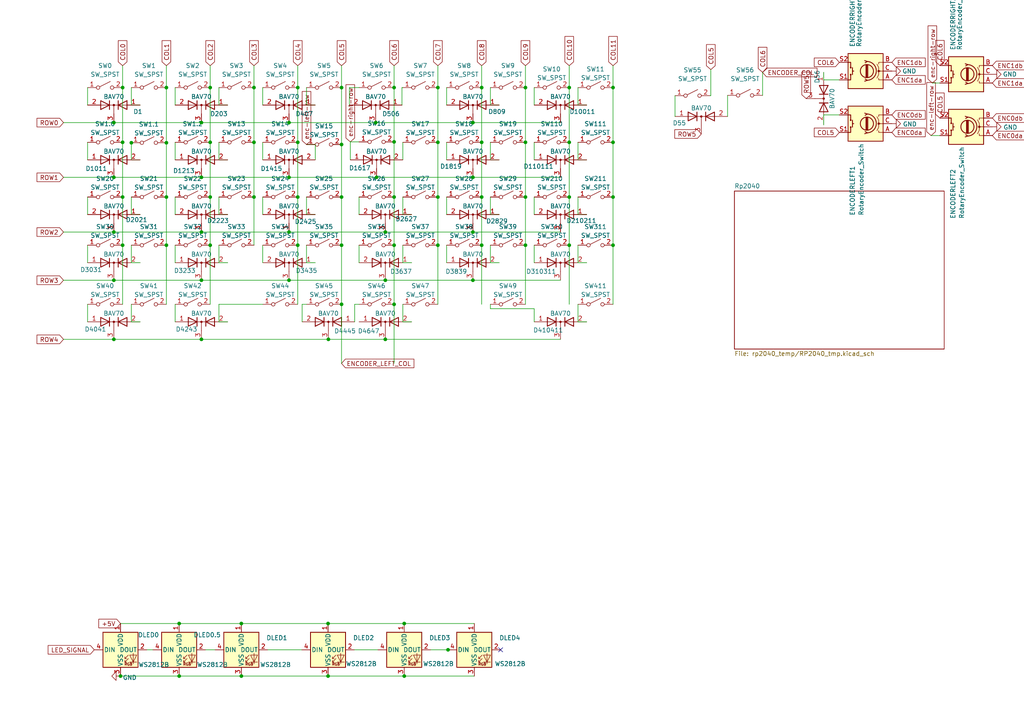
<source format=kicad_sch>
(kicad_sch (version 20230121) (generator eeschema)
  (paper "A4")
  (lib_symbols
    (symbol "Device:RotaryEncoder_Switch" (pin_names (offset 0.254) hide)
      (property "Reference" "SW" (at 0 6.604 0))
      (property "Value" "RotaryEncoder_Switch" (at 0 -6.604 0))
      (symbol "RotaryEncoder_Switch_1_1"
        (pin passive line (at -7.62 2.54 0) (length 2.54) (name "A") (number "A"))
        (pin passive line (at -7.62 -2.54 0) (length 2.54) (name "B") (number "B"))
        (pin passive line (at -7.62 0 0) (length 2.54) (name "C") (number "C"))
        (pin passive line (at 7.62 2.54 180) (length 2.54) (name "S1") (number "S1"))
        (pin passive line (at 7.62 -2.54 180) (length 2.54) (name "S2") (number "S2"))
      )
    )
    (symbol "Diode:BAV70" (pin_names (offset 0.762) hide)
      (property "Reference" "D" (at 0.635 -2.54 0))
      (property "Value" "BAV70" (at 0 2.54 0))
      (symbol "BAV70_0_1"
        (pin passive line (at -7.62 0 0) (length 3.81) (name "A") (number "1"))
        (pin passive line (at 7.62 0 180) (length 3.81) (name "A") (number "2"))
        (pin passive line (at 0 -5.08 90) (length 2.54) (name "K") (number "3"))
      )
    )
    (symbol "LED:WS2812B" (pin_names (offset 0.254))
      (property "Reference" "D" (at 5.08 5.715 0))
      (property "Value" "WS2812B" (at 1.27 -5.715 0))
      (symbol "WS2812B_0_0"
        (text "RGB" (at 2.286 -4.191 0) (effects (font (size 0.762 0.762))))
      )
      (symbol "WS2812B_1_1"
        (pin power_in line (at 0 7.62 270) (length 2.54) (name "VDD") (number "1"))
        (pin output line (at 7.62 0 180) (length 2.54) (name "DOUT") (number "2"))
        (pin power_in line (at 0 -7.62 90) (length 2.54) (name "VSS") (number "3"))
        (pin input line (at -7.62 0 0) (length 2.54) (name "DIN") (number "4"))
      )
    )
    (symbol "Switch:SW_SPST" (pin_names (offset 0) hide)
      (property "Reference" "SW" (at 0 3.175 0))
      (property "Value" "SW_SPST" (at 0 -2.54 0))
      (symbol "SW_SPST_1_1"
        (pin passive line (at -5.08 0 0) (length 2.54) (name "A") (number "1"))
        (pin passive line (at 5.08 0 180) (length 2.54) (name "B") (number "2"))
      )
    )
    (symbol "power:GND" (power) (pin_names (offset 0))
      (property "Value" "GND" (at 0 -3.81 0))
      (symbol "GND_1_1"
        (pin power_in line (at 0 0 270) (length 0) hide (name "GND") (number "1"))
      )
    )
  )
  (junction (at 137.16 81.28))
  (junction (at 86.36 71.12))
  (junction (at 58.42 81.28))
  (junction (at 137.16 35.56))
  (junction (at 111.76 67.31))
  (junction (at 86.36 41.275))
  (junction (at 129.9464 188.468))
  (junction (at 48.26 41.402))
  (junction (at 152.4 25.4))
  (junction (at 127 25.4))
  (junction (at 83.82 51.435))
  (junction (at 48.26 25.4))
  (junction (at 48.26 71.12))
  (junction (at 165.1 71.12))
  (junction (at 73.66 25.4))
  (junction (at 33.02 81.28))
  (junction (at 99.06 88.265))
  (junction (at 114.3 25.4))
  (junction (at 60.96 57.15))
  (junction (at 70.0024 180.848))
  (junction (at 165.1 57.15))
  (junction (at 33.02 67.31))
  (junction (at 83.82 81.28))
  (junction (at 139.7 41.275))
  (junction (at 70.0024 196.088))
  (junction (at 83.82 67.31))
  (junction (at 152.4 57.15))
  (junction (at 165.1 25.4))
  (junction (at 60.96 71.12))
  (junction (at 60.96 41.275))
  (junction (at 58.42 98.425))
  (junction (at 99.06 57.15))
  (junction (at 137.16 67.31))
  (junction (at 117.2464 196.088))
  (junction (at 58.42 35.56))
  (junction (at 95.25 98.425))
  (junction (at 99.06 25.4))
  (junction (at 152.4 71.12))
  (junction (at 73.66 41.275))
  (junction (at 35.56 25.4))
  (junction (at 95.1484 180.848))
  (junction (at 139.7 71.12))
  (junction (at 33.02 35.56))
  (junction (at 111.76 81.28))
  (junction (at 139.7 57.15))
  (junction (at 86.36 57.15))
  (junction (at 35.56 57.15))
  (junction (at 114.3 41.148))
  (junction (at 73.66 57.15))
  (junction (at 58.42 51.435))
  (junction (at 127 57.15))
  (junction (at 109.22 51.435))
  (junction (at 48.26 57.15))
  (junction (at 117.2464 180.848))
  (junction (at 83.82 35.56))
  (junction (at 177.8 57.15))
  (junction (at 152.4 41.275))
  (junction (at 127 71.12))
  (junction (at 114.3 88.265))
  (junction (at 114.3 71.12))
  (junction (at 139.7 25.4))
  (junction (at 177.8 25.4))
  (junction (at 111.76 98.425))
  (junction (at 99.06 71.12))
  (junction (at 38.1 41.402))
  (junction (at 60.96 25.4))
  (junction (at 51.9684 196.088))
  (junction (at 35.56 71.12))
  (junction (at 35.56 41.275))
  (junction (at 95.1484 196.088))
  (junction (at 165.1 41.275))
  (junction (at 51.9684 180.848))
  (junction (at 86.36 25.4))
  (junction (at 33.02 51.435))
  (junction (at 137.16 51.435))
  (junction (at 114.3 57.15))
  (junction (at 108.966 35.56))
  (junction (at 177.8 41.275))
  (junction (at 177.8 71.12))
  (junction (at 33.02 98.425))
  (junction (at 34.9504 196.088))
  (junction (at 58.42 67.31))
  (junction (at 99.06 41.91))
  (junction (at 127 41.275))
  (no_connect (at 145.1864 188.468))
  (wire (pts (xy 114.3 88.265) (xy 114.3 105.41)))
  (wire (pts (xy 104.14 71.12) (xy 104.14 76.2)))
  (wire (pts (xy 154.94 41.275) (xy 154.94 46.355)))
  (wire (pts (xy 63.5 57.15) (xy 63.5 62.23)))
  (wire (pts (xy 137.5664 196.088) (xy 117.2464 196.088)))
  (wire (pts (xy 139.7 41.275) (xy 139.7 57.15)))
  (wire (pts (xy 99.06 71.12) (xy 99.06 88.265)))
  (wire (pts (xy 114.3 71.12) (xy 114.3 88.265)))
  (wire (pts (xy 167.64 62.23) (xy 170.18 62.23)))
  (wire (pts (xy 114.3 25.4) (xy 114.3 41.148)))
  (wire (pts (xy 206.1626 20.1858) (xy 206.1626 27.7457)))
  (wire (pts (xy 33.02 98.425) (xy 58.42 98.425)))
  (wire (pts (xy 50.8 88.265) (xy 50.8 93.345)))
  (wire (pts (xy 165.1 41.275) (xy 165.1 57.15)))
  (wire (pts (xy 127 25.4) (xy 127 41.275)))
  (wire (pts (xy 114.3 57.15) (xy 114.3 71.12)))
  (wire (pts (xy 38.1 88.265) (xy 38.1 93.345)))
  (wire (pts (xy 51.9684 180.848) (xy 70.0024 180.848)))
  (wire (pts (xy 167.64 46.355) (xy 170.18 46.355)))
  (wire (pts (xy 88.9 30.48) (xy 91.44 30.48)))
  (wire (pts (xy 48.26 19.05) (xy 48.26 25.4)))
  (wire (pts (xy 195.7832 27.7457) (xy 195.7832 33.782)))
  (wire (pts (xy 25.4 25.4) (xy 25.4 30.48)))
  (wire (pts (xy 58.42 67.31) (xy 33.02 67.31)))
  (wire (pts (xy 59.5884 188.468) (xy 62.3824 188.468)))
  (wire (pts (xy 177.8 71.12) (xy 177.8 88.265)))
  (wire (pts (xy 86.36 25.4) (xy 86.36 41.275)))
  (wire (pts (xy 152.4 25.4) (xy 152.4 41.275)))
  (wire (pts (xy 111.76 67.31) (xy 83.82 67.31)))
  (wire (pts (xy 129.54 57.15) (xy 129.54 62.23)))
  (wire (pts (xy 101.6 41.148) (xy 101.6 46.355)))
  (wire (pts (xy 86.36 71.12) (xy 86.36 88.265)))
  (wire (pts (xy 18.415 81.28) (xy 33.02 81.28)))
  (wire (pts (xy 25.4 71.12) (xy 25.4 76.2)))
  (wire (pts (xy 83.82 35.56) (xy 108.966 35.56)))
  (wire (pts (xy 154.94 57.15) (xy 154.94 62.23)))
  (wire (pts (xy 86.36 41.275) (xy 86.36 57.15)))
  (wire (pts (xy 70.0024 180.848) (xy 95.1484 180.848)))
  (wire (pts (xy 167.64 25.4) (xy 167.64 30.48)))
  (wire (pts (xy 139.7 19.05) (xy 139.7 25.4)))
  (wire (pts (xy 35.56 41.275) (xy 35.56 57.15)))
  (wire (pts (xy 38.1 62.23) (xy 40.64 62.23)))
  (wire (pts (xy 51.9684 196.088) (xy 70.0024 196.088)))
  (wire (pts (xy 63.5 93.345) (xy 66.04 93.345)))
  (wire (pts (xy 91.44 41.91) (xy 88.9 41.91)))
  (wire (pts (xy 58.42 98.425) (xy 95.25 98.425)))
  (wire (pts (xy 165.1 19.05) (xy 165.1 25.4)))
  (wire (pts (xy 104.14 41.148) (xy 101.6 41.148)))
  (wire (pts (xy 142.24 25.4) (xy 142.24 30.48)))
  (wire (pts (xy 63.5 88.265) (xy 76.2 88.265)))
  (wire (pts (xy 58.42 51.435) (xy 83.82 51.435)))
  (wire (pts (xy 87.63 88.265) (xy 87.63 93.345)))
  (wire (pts (xy 142.24 62.23) (xy 144.78 62.23)))
  (wire (pts (xy 38.1 93.345) (xy 40.64 93.345)))
  (wire (pts (xy 48.26 41.402) (xy 48.26 57.15)))
  (wire (pts (xy 142.24 71.12) (xy 142.24 76.2)))
  (wire (pts (xy 25.4 57.15) (xy 25.4 62.23)))
  (wire (pts (xy 116.586 30.48) (xy 116.586 25.4)))
  (wire (pts (xy 18.415 35.56) (xy 33.02 35.56)))
  (wire (pts (xy 177.8 19.05) (xy 177.8 25.4)))
  (wire (pts (xy 142.24 76.2) (xy 144.78 76.2)))
  (wire (pts (xy 104.14 57.15) (xy 104.14 62.23)))
  (wire (pts (xy 243.4336 33.3248) (xy 238.9124 33.3248)))
  (wire (pts (xy 77.6224 188.468) (xy 87.5284 188.468)))
  (wire (pts (xy 99.06 25.4) (xy 99.06 41.91)))
  (wire (pts (xy 142.24 88.265) (xy 142.24 89.535)))
  (wire (pts (xy 154.94 71.12) (xy 154.94 76.2)))
  (wire (pts (xy 60.96 19.05) (xy 60.96 25.4)))
  (wire (pts (xy 63.5 88.265) (xy 63.5 93.345)))
  (wire (pts (xy 99.06 57.15) (xy 99.06 71.12)))
  (wire (pts (xy 99.06 41.91) (xy 99.06 57.15)))
  (wire (pts (xy 63.5 76.2) (xy 66.04 76.2)))
  (wire (pts (xy 35.56 19.05) (xy 35.56 25.4)))
  (wire (pts (xy 137.16 51.435) (xy 162.56 51.435)))
  (wire (pts (xy 48.26 25.4) (xy 48.26 41.402)))
  (wire (pts (xy 60.96 41.275) (xy 60.96 57.15)))
  (wire (pts (xy 34.9504 196.088) (xy 51.9684 196.088)))
  (wire (pts (xy 95.1484 180.848) (xy 117.2464 180.848)))
  (wire (pts (xy 152.4 19.05) (xy 152.4 25.4)))
  (wire (pts (xy 83.82 51.435) (xy 109.22 51.435)))
  (wire (pts (xy 50.8 41.275) (xy 50.8 46.355)))
  (wire (pts (xy 88.9 71.12) (xy 88.9 76.2)))
  (wire (pts (xy 270.0496 39.3192) (xy 272.5928 39.3192)))
  (wire (pts (xy 243.4336 23.1648) (xy 238.9124 23.1648)))
  (wire (pts (xy 95.25 98.425) (xy 111.76 98.425)))
  (wire (pts (xy 63.5 25.4) (xy 63.5 30.48)))
  (wire (pts (xy 127 19.05) (xy 127 25.4)))
  (wire (pts (xy 99.06 88.265) (xy 99.06 105.41)))
  (wire (pts (xy 111.76 98.425) (xy 162.56 98.425)))
  (wire (pts (xy 63.5 46.355) (xy 66.04 46.355)))
  (wire (pts (xy 50.8 25.4) (xy 50.8 30.48)))
  (wire (pts (xy 95.1484 196.088) (xy 117.2464 196.088)))
  (wire (pts (xy 88.9 57.15) (xy 88.9 62.23)))
  (wire (pts (xy 101.346 25.4) (xy 104.14 25.4)))
  (wire (pts (xy 88.9 76.2) (xy 91.44 76.2)))
  (wire (pts (xy 165.1 57.15) (xy 165.1 71.12)))
  (wire (pts (xy 101.346 30.48) (xy 101.346 25.4)))
  (wire (pts (xy 116.84 76.2) (xy 119.38 76.2)))
  (wire (pts (xy 99.06 19.05) (xy 99.06 25.4)))
  (wire (pts (xy 167.64 41.275) (xy 167.64 46.355)))
  (wire (pts (xy 142.24 30.48) (xy 144.78 30.48)))
  (wire (pts (xy 127 41.275) (xy 127 57.15)))
  (wire (pts (xy 88.9 62.23) (xy 91.44 62.23)))
  (wire (pts (xy 177.8 41.275) (xy 177.8 57.15)))
  (wire (pts (xy 167.64 93.345) (xy 170.18 93.345)))
  (wire (pts (xy 38.1 71.12) (xy 38.1 76.2)))
  (wire (pts (xy 83.82 81.28) (xy 111.76 81.28)))
  (wire (pts (xy 116.84 93.345) (xy 119.38 93.345)))
  (wire (pts (xy 63.5 71.12) (xy 63.5 76.2)))
  (wire (pts (xy 165.1 25.4) (xy 165.1 41.275)))
  (wire (pts (xy 88.9 88.265) (xy 87.63 88.265)))
  (wire (pts (xy 117.2464 180.848) (xy 137.5664 180.848)))
  (wire (pts (xy 137.16 67.31) (xy 111.76 67.31)))
  (wire (pts (xy 116.84 62.23) (xy 119.38 62.23)))
  (wire (pts (xy 116.84 88.265) (xy 116.84 93.345)))
  (wire (pts (xy 35.56 71.12) (xy 35.56 88.265)))
  (wire (pts (xy 76.2 25.4) (xy 76.2 30.48)))
  (wire (pts (xy 238.9124 33.3248) (xy 238.9124 36.2204)))
  (wire (pts (xy 83.82 67.31) (xy 58.42 67.31)))
  (wire (pts (xy 38.1 46.355) (xy 40.64 46.355)))
  (wire (pts (xy 88.9 25.4) (xy 88.9 30.48)))
  (wire (pts (xy 238.9124 23.1648) (xy 238.9124 20.9804)))
  (wire (pts (xy 18.415 51.435) (xy 33.02 51.435)))
  (wire (pts (xy 33.02 51.435) (xy 58.42 51.435)))
  (wire (pts (xy 127 71.12) (xy 127 88.265)))
  (wire (pts (xy 114.3 41.148) (xy 114.3 57.15)))
  (wire (pts (xy 86.36 19.05) (xy 86.36 25.4)))
  (wire (pts (xy 73.66 25.4) (xy 73.66 41.275)))
  (wire (pts (xy 38.1 41.402) (xy 38.1 46.355)))
  (wire (pts (xy 221.1832 20.9804) (xy 221.1832 27.6655)))
  (wire (pts (xy 116.84 57.15) (xy 116.84 62.23)))
  (wire (pts (xy 165.1 71.12) (xy 165.1 88.265)))
  (wire (pts (xy 35.56 57.15) (xy 35.56 71.12)))
  (wire (pts (xy 139.7 57.15) (xy 139.7 71.12)))
  (wire (pts (xy 167.64 30.48) (xy 170.18 30.48)))
  (wire (pts (xy 102.87 88.265) (xy 104.14 88.265)))
  (wire (pts (xy 42.5704 188.468) (xy 44.3484 188.468)))
  (wire (pts (xy 137.16 35.56) (xy 162.56 35.56)))
  (wire (pts (xy 177.8 57.15) (xy 177.8 71.12)))
  (wire (pts (xy 50.8 57.15) (xy 50.8 62.23)))
  (wire (pts (xy 73.66 57.15) (xy 73.66 71.12)))
  (wire (pts (xy 63.5 62.23) (xy 66.04 62.23)))
  (wire (pts (xy 33.02 81.28) (xy 58.42 81.28)))
  (wire (pts (xy 167.64 71.12) (xy 167.64 76.2)))
  (wire (pts (xy 142.24 57.15) (xy 142.24 62.23)))
  (wire (pts (xy 127 57.15) (xy 127 71.12)))
  (wire (pts (xy 48.26 71.12) (xy 48.26 88.265)))
  (wire (pts (xy 76.2 57.15) (xy 76.2 62.23)))
  (wire (pts (xy 60.96 25.4) (xy 60.96 41.275)))
  (wire (pts (xy 139.7 25.4) (xy 139.7 41.275)))
  (wire (pts (xy 129.54 41.275) (xy 129.54 46.355)))
  (wire (pts (xy 139.7 71.12) (xy 139.7 88.265)))
  (wire (pts (xy 60.96 71.12) (xy 60.96 88.265)))
  (wire (pts (xy 38.1 76.2) (xy 40.64 76.2)))
  (wire (pts (xy 33.02 35.56) (xy 58.42 35.56)))
  (wire (pts (xy 50.8 71.12) (xy 50.8 76.2)))
  (wire (pts (xy 18.415 98.425) (xy 33.02 98.425)))
  (wire (pts (xy 38.1 57.15) (xy 38.1 62.23)))
  (wire (pts (xy 58.42 81.28) (xy 83.82 81.28)))
  (wire (pts (xy 58.42 35.56) (xy 83.82 35.56)))
  (wire (pts (xy 116.84 71.12) (xy 116.84 76.2)))
  (wire (pts (xy 117.2464 195.834) (xy 117.2464 196.088)))
  (wire (pts (xy 76.2 71.12) (xy 76.2 76.2)))
  (wire (pts (xy 63.5 30.48) (xy 66.04 30.48)))
  (wire (pts (xy 116.586 25.4) (xy 116.84 25.4)))
  (wire (pts (xy 154.94 89.535) (xy 154.94 93.345)))
  (wire (pts (xy 34.9504 180.848) (xy 51.9684 180.848)))
  (wire (pts (xy 129.54 71.12) (xy 129.54 76.2)))
  (wire (pts (xy 142.24 41.275) (xy 142.24 46.355)))
  (wire (pts (xy 38.1 30.48) (xy 40.64 30.48)))
  (wire (pts (xy 76.2 41.275) (xy 76.2 46.355)))
  (wire (pts (xy 111.76 81.28) (xy 137.16 81.28)))
  (wire (pts (xy 211.0232 27.6655) (xy 211.0232 33.782)))
  (wire (pts (xy 108.966 35.56) (xy 137.16 35.56)))
  (wire (pts (xy 102.7684 188.468) (xy 109.6264 188.468)))
  (wire (pts (xy 152.4 57.15) (xy 152.4 71.12)))
  (wire (pts (xy 154.94 25.4) (xy 154.94 30.48)))
  (wire (pts (xy 177.8 25.4) (xy 177.8 41.275)))
  (wire (pts (xy 35.56 25.4) (xy 35.56 41.275)))
  (wire (pts (xy 63.5 41.275) (xy 63.5 46.355)))
  (wire (pts (xy 18.415 67.31) (xy 33.02 67.31)))
  (wire (pts (xy 25.4 88.265) (xy 25.4 93.345)))
  (wire (pts (xy 129.54 25.4) (xy 129.54 30.48)))
  (wire (pts (xy 60.96 57.15) (xy 60.96 71.12)))
  (wire (pts (xy 48.26 57.15) (xy 48.26 71.12)))
  (wire (pts (xy 206.1626 27.7457) (xy 205.9432 27.7457)))
  (wire (pts (xy 73.66 19.05) (xy 73.66 25.4)))
  (wire (pts (xy 116.84 41.275) (xy 116.84 46.355)))
  (wire (pts (xy 142.24 89.535) (xy 154.94 89.535)))
  (wire (pts (xy 124.8664 188.468) (xy 129.9464 188.468)))
  (wire (pts (xy 167.64 88.265) (xy 167.64 93.345)))
  (wire (pts (xy 162.56 67.31) (xy 137.16 67.31)))
  (wire (pts (xy 167.64 57.15) (xy 167.64 62.23)))
  (wire (pts (xy 129.9464 188.468) (xy 130.2004 188.468)))
  (wire (pts (xy 137.16 81.28) (xy 162.56 81.28)))
  (wire (pts (xy 38.1 25.4) (xy 38.1 30.48)))
  (wire (pts (xy 86.36 57.15) (xy 86.36 71.12)))
  (wire (pts (xy 152.4 41.275) (xy 152.4 57.15)))
  (wire (pts (xy 91.44 46.355) (xy 91.44 41.91)))
  (wire (pts (xy 70.0024 196.088) (xy 95.1484 196.088)))
  (wire (pts (xy 109.22 51.435) (xy 137.16 51.435)))
  (wire (pts (xy 114.3 19.05) (xy 114.3 25.4)))
  (wire (pts (xy 270.4242 24.0792) (xy 272.5928 24.0792)))
  (wire (pts (xy 73.66 41.275) (xy 73.66 57.15)))
  (wire (pts (xy 38.1 41.275) (xy 38.1 41.402)))
  (wire (pts (xy 25.4 41.275) (xy 25.4 46.355)))
  (wire (pts (xy 167.64 76.2) (xy 170.18 76.2)))
  (wire (pts (xy 142.24 46.355) (xy 144.78 46.355)))
  (wire (pts (xy 152.4 71.12) (xy 152.4 88.265)))
  (wire (pts (xy 102.87 93.345) (xy 102.87 88.265)))
  (global_label "COL9" (shape input) (at 152.4 19.05 90) (property "Intersheetrefs" "${INTERSHEET_REFS}" (effects hide)))
  (global_label "ENC1db" (shape input) (at 287.8328 18.9992 0) (property "Intersheetrefs" "${INTERSHEET_REFS}" (effects hide)))
  (global_label "COL6" (shape input) (at 221.1832 20.9804 90) (property "Intersheetrefs" "${INTERSHEET_REFS}" (effects hide)))
  (global_label "enc-right-row" (shape input) (at 270.4242 24.0792 90) (property "Intersheetrefs" "${INTERSHEET_REFS}" (effects hide)))
  (global_label "ROW1" (shape input) (at 18.415 51.435 180) (property "Intersheetrefs" "${INTERSHEET_REFS}" (effects hide)))
  (global_label "COL5" (shape input) (at 272.5928 34.2392 90) (property "Intersheetrefs" "${INTERSHEET_REFS}" (effects hide)))
  (global_label "enc-left-row" (shape input) (at 88.9 41.91 90) (property "Intersheetrefs" "${INTERSHEET_REFS}" (effects hide)))
  (global_label "ROW5" (shape input) (at 203.4032 38.862 180) (property "Intersheetrefs" "${INTERSHEET_REFS}" (effects hide)))
  (global_label "ENCODER_LEFT_COL" (shape input) (at 99.06 105.41 0) (property "Intersheetrefs" "${INTERSHEET_REFS}" (effects hide)))
  (global_label "COL4" (shape input) (at 86.36 19.05 90) (property "Intersheetrefs" "${INTERSHEET_REFS}" (effects hide)))
  (global_label "ENC1db" (shape input) (at 258.6736 18.0848 0) (property "Intersheetrefs" "${INTERSHEET_REFS}" (effects hide)))
  (global_label "COL6" (shape input) (at 114.3 19.05 90) (property "Intersheetrefs" "${INTERSHEET_REFS}" (effects hide)))
  (global_label "COL2" (shape input) (at 60.96 19.05 90) (property "Intersheetrefs" "${INTERSHEET_REFS}" (effects hide)))
  (global_label "LED_SIGNAL" (shape input) (at 27.3304 188.468 180) (property "Intersheetrefs" "${INTERSHEET_REFS}" (effects hide)))
  (global_label "COL5" (shape input) (at 206.1626 20.1858 90) (property "Intersheetrefs" "${INTERSHEET_REFS}" (effects hide)))
  (global_label "COL5" (shape input) (at 243.4336 38.4048 180) (property "Intersheetrefs" "${INTERSHEET_REFS}" (effects hide)))
  (global_label "ROW2" (shape input) (at 18.415 67.31 180) (property "Intersheetrefs" "${INTERSHEET_REFS}" (effects hide)))
  (global_label "COL11" (shape input) (at 177.8 19.05 90) (property "Intersheetrefs" "${INTERSHEET_REFS}" (effects hide)))
  (global_label "ENC0db" (shape input) (at 258.6736 33.3248 0) (property "Intersheetrefs" "${INTERSHEET_REFS}" (effects hide)))
  (global_label "COL7" (shape input) (at 127 19.05 90) (property "Intersheetrefs" "${INTERSHEET_REFS}" (effects hide)))
  (global_label "COL6" (shape input) (at 243.4336 18.0848 180) (property "Intersheetrefs" "${INTERSHEET_REFS}" (effects hide)))
  (global_label "enc-right-row" (shape input) (at 101.6 41.148 90) (property "Intersheetrefs" "${INTERSHEET_REFS}" (effects hide)))
  (global_label "ROW3" (shape input) (at 18.415 81.28 180) (property "Intersheetrefs" "${INTERSHEET_REFS}" (effects hide)))
  (global_label "ENC0da" (shape input) (at 287.8328 39.3192 0) (property "Intersheetrefs" "${INTERSHEET_REFS}" (effects hide)))
  (global_label "COL6" (shape input) (at 272.5928 18.9992 90) (property "Intersheetrefs" "${INTERSHEET_REFS}" (effects hide)))
  (global_label "enc-left-row" (shape input) (at 270.0496 39.3192 90) (property "Intersheetrefs" "${INTERSHEET_REFS}" (effects hide)))
  (global_label "ENC1da" (shape input) (at 258.6736 23.1648 0) (property "Intersheetrefs" "${INTERSHEET_REFS}" (effects hide)))
  (global_label "ENC0da" (shape input) (at 258.6736 38.4048 0) (property "Intersheetrefs" "${INTERSHEET_REFS}" (effects hide)))
  (global_label "ROW5" (shape input) (at 233.8324 28.6004 90) (property "Intersheetrefs" "${INTERSHEET_REFS}" (effects hide)))
  (global_label "+5V" (shape input) (at 34.9504 180.848 180) (property "Intersheetrefs" "${INTERSHEET_REFS}" (effects hide)))
  (global_label "COL8" (shape input) (at 139.7 19.05 90) (property "Intersheetrefs" "${INTERSHEET_REFS}" (effects hide)))
  (global_label "COL10" (shape input) (at 165.1 19.05 90) (property "Intersheetrefs" "${INTERSHEET_REFS}" (effects hide)))
  (global_label "COL5" (shape input) (at 99.06 19.05 90) (property "Intersheetrefs" "${INTERSHEET_REFS}" (effects hide)))
  (global_label "ROW0" (shape input) (at 18.415 35.56 180) (property "Intersheetrefs" "${INTERSHEET_REFS}" (effects hide)))
  (global_label "ROW4" (shape input) (at 18.415 98.425 180) (property "Intersheetrefs" "${INTERSHEET_REFS}" (effects hide)))
  (global_label "COL3" (shape input) (at 73.66 19.05 90) (property "Intersheetrefs" "${INTERSHEET_REFS}" (effects hide)))
  (global_label "COL1" (shape input) (at 48.26 19.05 90) (property "Intersheetrefs" "${INTERSHEET_REFS}" (effects hide)))
  (global_label "ENCODER_COL" (shape input) (at 221.1832 21.0091 0) (property "Intersheetrefs" "${INTERSHEET_REFS}" (effects hide)))
  (global_label "ENC0db" (shape input) (at 287.8328 34.2392 0) (property "Intersheetrefs" "${INTERSHEET_REFS}" (effects hide)))
  (global_label "ENC1da" (shape input) (at 287.8328 24.0792 0) (property "Intersheetrefs" "${INTERSHEET_REFS}" (effects hide)))
  (global_label "COL0" (shape input) (at 35.56 19.05 90) (property "Intersheetrefs" "${INTERSHEET_REFS}" (effects hide)))
  (symbol (lib_id "Diode:BAV70") (at 58.42 46.355 0) (unit 1)
    (property "Reference" "D1213" (at 53.34 49.53 0))
    (property "Value" "BAV70" (at 58.42 43.9221 0))
    (property "Footprint" "Package_TO_SOT_SMD:SOT-23" (effects hide))
    (property "Datasheet" "https://assets.nexperia.com/documents/data-sheet/BAV70_SER.pdf" (effects hide))
    (property "LCSC" "C68978 " (effects hide))
  )
  (symbol (lib_id "Switch:SW_SPST") (at 147.32 57.15 0) (unit 1)
    (property "Reference" "SW29" (at 147.32 51.7992 0))
    (property "Value" "SW_SPST" (at 147.32 54.3361 0))
    (property "Footprint" "Keebio-Parts:MX-Alps-Choc-1U-NoLED" (effects hide))
  )
  (symbol (lib_id "Switch:SW_SPST") (at 200.8632 27.7457 0) (unit 1)
    (property "Reference" "SW55" (at 200.8632 20.32 0))
    (property "Value" "SW_SPST" (at 200.8632 22.86 0))
    (property "Footprint" "Keebio-Parts:MX-Alps-Choc-1U-NoLED" (effects hide))
  )
  (symbol (lib_id "Switch:SW_SPST") (at 68.58 41.275 0) (unit 1)
    (property "Reference" "SW13" (at 68.58 35.9242 0))
    (property "Value" "SW_SPST" (at 68.58 38.4611 0))
    (property "Footprint" "Keebio-Parts:MX-Alps-Choc-1U-NoLED" (effects hide))
  )
  (symbol (lib_id "Switch:SW_SPST") (at 109.22 41.148 0) (unit 1)
    (property "Reference" "SW16" (at 109.22 35.7972 0))
    (property "Value" "SW_SPST" (at 109.22 38.3341 0))
    (property "Footprint" "Keebio-Parts:MX-Alps-Choc-1U-NoLED" (effects hide))
  )
  (symbol (lib_id "Diode:BAV70") (at 33.02 30.48 0) (mirror y) (unit 1)
    (property "Reference" "D1" (at 40.005 32.385 0))
    (property "Value" "BAV70" (at 33.02 28.0471 0))
    (property "Footprint" "Package_TO_SOT_SMD:SOT-23" (effects hide))
    (property "Datasheet" "https://assets.nexperia.com/documents/data-sheet/BAV70_SER.pdf" (effects hide))
    (property "LCSC" "C68978 " (effects hide))
  )
  (symbol (lib_id "Diode:BAV70") (at 33.02 93.345 0) (unit 1)
    (property "Reference" "D4041" (at 27.686 95.504 0))
    (property "Value" "BAV70" (at 33.02 90.9121 0))
    (property "Footprint" "Package_TO_SOT_SMD:SOT-23" (effects hide))
    (property "Datasheet" "https://assets.nexperia.com/documents/data-sheet/BAV70_SER.pdf" (effects hide))
    (property "LCSC" "C68978 " (effects hide))
  )
  (symbol (lib_id "Switch:SW_SPST") (at 81.28 41.275 0) (unit 1)
    (property "Reference" "SW14" (at 81.28 35.9242 0))
    (property "Value" "SW_SPST" (at 81.28 38.4611 0))
    (property "Footprint" "Keebio-Parts:MX-Alps-Choc-1U-NoLED" (effects hide))
  )
  (symbol (lib_id "Switch:SW_SPST") (at 109.22 88.265 0) (unit 1)
    (property "Reference" "SW46" (at 109.22 82.9142 0))
    (property "Value" "SW_SPST" (at 109.22 85.4511 0))
    (property "Footprint" "Keebio-Parts:MX-Alps-Choc-1U-NoLED" (effects hide))
  )
  (symbol (lib_id "Diode:BAV70") (at 109.22 46.355 0) (unit 1)
    (property "Reference" "D1617" (at 104.3686 48.7172 0))
    (property "Value" "BAV70" (at 109.22 43.9221 0))
    (property "Footprint" "Package_TO_SOT_SMD:SOT-23" (effects hide))
    (property "Datasheet" "https://assets.nexperia.com/documents/data-sheet/BAV70_SER.pdf" (effects hide))
    (property "LCSC" "C68978 " (effects hide))
  )
  (symbol (lib_id "Switch:SW_SPST") (at 68.58 57.15 0) (unit 1)
    (property "Reference" "SW23" (at 68.58 51.7992 0))
    (property "Value" "SW_SPST" (at 68.58 54.3361 0))
    (property "Footprint" "Keebio-Parts:MX-Alps-Choc-1U-NoLED" (effects hide))
  )
  (symbol (lib_id "Device:RotaryEncoder_Switch") (at 251.0536 35.8648 180) (unit 1)
    (property "Reference" "ENCODERLEFT1" (at 247.2436 62.5348 90) (effects (justify right)))
    (property "Value" "RotaryEncoder_Switch" (at 249.7836 62.5348 90) (effects (justify right)))
    (property "Footprint" "Rotary_Encoder:RotaryEncoder_Alps_EC11E-Switch_Vertical_H20mm" (effects hide))
  )
  (symbol (lib_id "Device:RotaryEncoder_Switch") (at 280.2128 36.7792 180) (unit 1)
    (property "Reference" "ENCODERLEFT2" (at 276.4028 63.4492 90) (effects (justify right)))
    (property "Value" "RotaryEncoder_Switch" (at 278.9428 63.4492 90) (effects (justify right)))
    (property "Footprint" "Rotary_Encoder:RotaryEncoder_Alps_EC11E-Switch_Vertical_H20mm" (effects hide))
  )
  (symbol (lib_id "Diode:BAV70") (at 111.76 76.2 0) (mirror y) (unit 1)
    (property "Reference" "D3637" (at 116.332 78.74 0))
    (property "Value" "BAV70" (at 111.76 73.7671 0))
    (property "Footprint" "Package_TO_SOT_SMD:SOT-23" (effects hide))
    (property "Datasheet" "https://assets.nexperia.com/documents/data-sheet/BAV70_SER.pdf" (effects hide))
    (property "LCSC" "C68978 " (effects hide))
  )
  (symbol (lib_id "Switch:SW_SPST") (at 216.1032 27.6655 0) (unit 1)
    (property "Reference" "SW56" (at 216.1032 20.32 0))
    (property "Value" "SW_SPST" (at 216.1032 22.86 0))
    (property "Footprint" "Keebio-Parts:MX-Alps-Choc-1U-NoLED" (effects hide))
  )
  (symbol (lib_id "Switch:SW_SPST") (at 109.22 71.12 0) (unit 1)
    (property "Reference" "SW36" (at 109.22 65.7692 0))
    (property "Value" "SW_SPST" (at 109.22 68.3061 0))
    (property "Footprint" "Keebio-Parts:MX-Alps-Choc-1U-NoLED" (effects hide))
  )
  (symbol (lib_id "Switch:SW_SPST") (at 134.62 25.4 0) (unit 1)
    (property "Reference" "SW8" (at 134.62 19.05 0))
    (property "Value" "SW_SPST" (at 134.62 21.59 0))
    (property "Footprint" "Keebio-Parts:MX-Alps-Choc-1U-NoLED" (effects hide))
  )
  (symbol (lib_id "Diode:BAV70") (at 83.82 62.23 0) (mirror y) (unit 1)
    (property "Reference" "D2425" (at 88.646 64.262 0))
    (property "Value" "BAV70" (at 83.82 59.7971 0))
    (property "Footprint" "Package_TO_SOT_SMD:SOT-23" (effects hide))
    (property "Datasheet" "https://assets.nexperia.com/documents/data-sheet/BAV70_SER.pdf" (effects hide))
    (property "LCSC" "C68978 " (effects hide))
  )
  (symbol (lib_id "Diode:BAV70") (at 137.16 62.23 0) (mirror y) (unit 1)
    (property "Reference" "D2829" (at 144.145 64.135 0))
    (property "Value" "BAV70" (at 137.16 59.7971 0))
    (property "Footprint" "Package_TO_SOT_SMD:SOT-23" (effects hide))
    (property "Datasheet" "https://assets.nexperia.com/documents/data-sheet/BAV70_SER.pdf" (effects hide))
    (property "LCSC" "C68978 " (effects hide))
  )
  (symbol (lib_id "Switch:SW_SPST") (at 55.88 41.275 0) (unit 1)
    (property "Reference" "SW1.2" (at 55.88 35.9242 0))
    (property "Value" "SW_SPST" (at 55.88 38.4611 0))
    (property "Footprint" "Keebio-Parts:MX-Alps-Choc-1U-NoLED" (effects hide))
  )
  (symbol (lib_id "Switch:SW_SPST") (at 81.28 88.265 0) (unit 1)
    (property "Reference" "SW44" (at 81.28 82.9142 0))
    (property "Value" "SW_SPST" (at 81.28 85.4511 0))
    (property "Footprint" "Keebio-Parts:MX-Alps-Choc-1U-NoLED" (effects hide))
  )
  (symbol (lib_id "LED:WS2812B") (at 137.5664 188.468 0) (unit 1)
    (property "Reference" "DLED4" (at 147.8723 185.0096 0))
    (property "Value" "WS2812B" (at 147.9804 192.532 0))
    (property "Footprint" "LED_SMD:LED_WS2812B_PLCC4_5.0x5.0mm_P3.2mm" (effects hide))
    (property "Datasheet" "https://cdn-shop.adafruit.com/datasheets/WS2812B.pdf" (effects hide))
  )
  (symbol (lib_id "Switch:SW_SPST") (at 172.72 71.12 0) (unit 1)
    (property "Reference" "SW311" (at 172.72 65.7692 0))
    (property "Value" "SW_SPST" (at 172.72 68.3061 0))
    (property "Footprint" "Keebio-Parts:MX-Alps-Choc-1U-NoLED" (effects hide))
  )
  (symbol (lib_id "Switch:SW_SPST") (at 160.02 57.15 0) (unit 1)
    (property "Reference" "SW210" (at 160.02 51.7992 0))
    (property "Value" "SW_SPST" (at 160.02 54.3361 0))
    (property "Footprint" "Keebio-Parts:MX-Alps-Choc-1U-NoLED" (effects hide))
  )
  (symbol (lib_id "Switch:SW_SPST") (at 121.92 71.12 0) (unit 1)
    (property "Reference" "SW37" (at 121.92 65.7692 0))
    (property "Value" "SW_SPST" (at 121.92 68.3061 0))
    (property "Footprint" "Keebio-Parts:MX-Alps-Choc-1U-NoLED" (effects hide))
  )
  (symbol (lib_id "Device:RotaryEncoder_Switch") (at 251.0536 20.6248 180) (unit 1)
    (property "Reference" "ENCODERRIGHT1" (at 247.2436 13.6398 90) (effects (justify right)))
    (property "Value" "RotaryEncoder_Switch" (at 249.1486 13.6398 90) (effects (justify right)))
    (property "Footprint" "Rotary_Encoder:RotaryEncoder_Alps_EC11E-Switch_Vertical_H20mm" (effects hide))
  )
  (symbol (lib_id "Switch:SW_SPST") (at 43.18 71.12 0) (unit 1)
    (property "Reference" "SW31" (at 43.18 65.7692 0))
    (property "Value" "SW_SPST" (at 43.18 68.3061 0))
    (property "Footprint" "Keebio-Parts:MX-Alps-Choc-1U-NoLED" (effects hide))
  )
  (symbol (lib_id "Switch:SW_SPST") (at 109.22 57.15 0) (unit 1)
    (property "Reference" "SW26" (at 109.22 51.7992 0))
    (property "Value" "SW_SPST" (at 109.22 54.3361 0))
    (property "Footprint" "Keebio-Parts:MX-Alps-Choc-1U-NoLED" (effects hide))
  )
  (symbol (lib_id "Diode:BAV70") (at 83.82 46.355 0) (unit 1)
    (property "Reference" "D1415" (at 78.74 48.895 0))
    (property "Value" "BAV70" (at 83.82 43.9221 0))
    (property "Footprint" "Package_TO_SOT_SMD:SOT-23" (effects hide))
    (property "Datasheet" "https://assets.nexperia.com/documents/data-sheet/BAV70_SER.pdf" (effects hide))
    (property "LCSC" "C68978 " (effects hide))
  )
  (symbol (lib_id "Switch:SW_SPST") (at 81.28 57.15 0) (unit 1)
    (property "Reference" "SW24" (at 81.28 51.7992 0))
    (property "Value" "SW_SPST" (at 81.28 54.3361 0))
    (property "Footprint" "Keebio-Parts:MX-Alps-Choc-1U-NoLED" (effects hide))
  )
  (symbol (lib_id "Switch:SW_SPST") (at 121.92 25.4 0) (unit 1)
    (property "Reference" "SW7" (at 121.92 19.05 0))
    (property "Value" "SW_SPST" (at 121.92 21.59 0))
    (property "Footprint" "Keebio-Parts:MX-Alps-Choc-1U-NoLED" (effects hide))
  )
  (symbol (lib_id "power:GND") (at 287.8328 36.7792 90) (unit 1)
    (property "Reference" "#PWR0116" (effects hide))
    (property "Value" "GND" (at 295.0972 36.9316 90) (effects (justify left)))
  )
  (symbol (lib_id "Switch:SW_SPST") (at 55.88 88.265 0) (unit 1)
    (property "Reference" "SW42" (at 55.88 82.9142 0))
    (property "Value" "SW_SPST" (at 55.88 85.4511 0))
    (property "Footprint" "Keebio-Parts:MX-Alps-Choc-1U-NoLED" (effects hide))
  )
  (symbol (lib_id "Diode:BAV70") (at 137.16 30.48 0) (mirror y) (unit 1)
    (property "Reference" "D809" (at 144.145 32.385 0))
    (property "Value" "BAV70" (at 137.16 28.0471 0))
    (property "Footprint" "Package_TO_SOT_SMD:SOT-23" (effects hide))
    (property "Datasheet" "https://assets.nexperia.com/documents/data-sheet/BAV70_SER.pdf" (effects hide))
    (property "LCSC" "C68978 " (effects hide))
  )
  (symbol (lib_id "Switch:SW_SPST") (at 81.28 25.4 0) (unit 1)
    (property "Reference" "SW4" (at 81.28 19.05 0))
    (property "Value" "SW_SPST" (at 81.28 21.59 0))
    (property "Footprint" "Keebio-Parts:MX-Alps-Choc-1U-NoLED" (effects hide))
  )
  (symbol (lib_id "Diode:BAV70") (at 33.02 46.355 0) (unit 1)
    (property "Reference" "D1011" (at 27.94 48.895 0))
    (property "Value" "BAV70" (at 33.02 43.9221 0))
    (property "Footprint" "Package_TO_SOT_SMD:SOT-23" (effects hide))
    (property "Datasheet" "https://assets.nexperia.com/documents/data-sheet/BAV70_SER.pdf" (effects hide))
    (property "LCSC" "C68978 " (effects hide))
  )
  (symbol (lib_id "Switch:SW_SPST") (at 43.18 88.265 0) (unit 1)
    (property "Reference" "SW41" (at 43.18 82.9142 0))
    (property "Value" "SW_SPST" (at 43.18 85.4511 0))
    (property "Footprint" "Keebio-Parts:MX-Alps-Choc-1U-NoLED" (effects hide))
  )
  (symbol (lib_id "power:GND") (at 287.8328 21.5392 90) (unit 1)
    (property "Reference" "#PWR0117" (effects hide))
    (property "Value" "GND" (at 294.9448 21.5392 90) (effects (justify left)))
  )
  (symbol (lib_id "LED:WS2812B") (at 51.9684 188.468 0) (unit 1)
    (property "Reference" "DLED0.5" (at 60.0964 184.15 0))
    (property "Value" "WS2812B" (at 61.6204 192.786 0))
    (property "Footprint" "LED_SMD:LED_WS2812B_PLCC4_5.0x5.0mm_P3.2mm" (effects hide))
    (property "Datasheet" "https://cdn-shop.adafruit.com/datasheets/WS2812B.pdf" (effects hide))
  )
  (symbol (lib_id "power:GND") (at 34.9504 196.088 270) (unit 1)
    (property "Reference" "#PWR0112" (effects hide))
    (property "Value" "GND" (at 35.5854 196.5218 90) (effects (justify left)))
  )
  (symbol (lib_id "Switch:SW_SPST") (at 93.98 71.12 0) (unit 1)
    (property "Reference" "SW35" (at 93.98 65.7692 0))
    (property "Value" "SW_SPST" (at 93.98 68.3061 0))
    (property "Footprint" "Keebio-Parts:MX-Alps-Choc-1U-NoLED" (effects hide))
  )
  (symbol (lib_id "Switch:SW_SPST") (at 93.98 41.91 0) (unit 1)
    (property "Reference" "SW15" (at 93.98 36.5592 0))
    (property "Value" "SW_SPST" (at 93.98 39.0961 0))
    (property "Footprint" "Keebio-Parts:MX-Alps-Choc-1U-NoLED" (effects hide))
  )
  (symbol (lib_id "Switch:SW_SPST") (at 68.58 71.12 0) (unit 1)
    (property "Reference" "SW33" (at 68.58 65.7692 0))
    (property "Value" "SW_SPST" (at 68.58 68.3061 0))
    (property "Footprint" "Keebio-Parts:MX-Alps-Choc-1U-NoLED" (effects hide))
  )
  (symbol (lib_id "Diode:BAV70") (at 162.56 76.2 0) (unit 1)
    (property "Reference" "D310311" (at 156.972 78.74 0))
    (property "Value" "BAV70" (at 162.56 73.7671 0))
    (property "Footprint" "Package_TO_SOT_SMD:SOT-23" (effects hide))
    (property "Datasheet" "https://assets.nexperia.com/documents/data-sheet/BAV70_SER.pdf" (effects hide))
    (property "LCSC" "C68978 " (effects hide))
  )
  (symbol (lib_id "Device:RotaryEncoder_Switch") (at 280.2128 21.5392 180) (unit 1)
    (property "Reference" "ENCODERRIGHT2" (at 276.4028 14.5542 90) (effects (justify right)))
    (property "Value" "RotaryEncoder_Switch" (at 278.3078 14.5542 90) (effects (justify right)))
    (property "Footprint" "Rotary_Encoder:RotaryEncoder_Alps_EC11E-Switch_Vertical_H20mm" (effects hide))
  )
  (symbol (lib_id "Diode:BAV70") (at 58.42 76.2 0) (unit 1)
    (property "Reference" "D3233" (at 53.594 78.486 0))
    (property "Value" "BAV70" (at 58.42 73.7671 0))
    (property "Footprint" "Package_TO_SOT_SMD:SOT-23" (effects hide))
    (property "Datasheet" "https://assets.nexperia.com/documents/data-sheet/BAV70_SER.pdf" (effects hide))
    (property "LCSC" "C68978 " (effects hide))
  )
  (symbol (lib_id "Switch:SW_SPST") (at 172.72 57.15 0) (unit 1)
    (property "Reference" "SW211" (at 172.72 51.7992 0))
    (property "Value" "SW_SPST" (at 172.72 54.3361 0))
    (property "Footprint" "Keebio-Parts:MX-Alps-Choc-1U-NoLED" (effects hide))
  )
  (symbol (lib_id "power:GND") (at 258.6736 20.6248 90) (unit 1)
    (property "Reference" "#PWR0110" (effects hide))
    (property "Value" "GND" (at 265.7856 20.6248 90) (effects (justify left)))
  )
  (symbol (lib_id "Switch:SW_SPST") (at 160.02 71.12 0) (unit 1)
    (property "Reference" "SW310" (at 160.02 65.7692 0))
    (property "Value" "SW_SPST" (at 160.02 68.3061 0))
    (property "Footprint" "Keebio-Parts:MX-Alps-Choc-1U-NoLED" (effects hide))
  )
  (symbol (lib_id "Switch:SW_SPST") (at 43.18 57.15 0) (unit 1)
    (property "Reference" "SW21" (at 43.18 51.7992 0))
    (property "Value" "SW_SPST" (at 43.18 54.3361 0))
    (property "Footprint" "Keebio-Parts:MX-Alps-Choc-1U-NoLED" (effects hide))
  )
  (symbol (lib_id "Switch:SW_SPST") (at 172.72 25.4 0) (unit 1)
    (property "Reference" "SW11" (at 172.72 20.0492 0))
    (property "Value" "SW_SPST" (at 172.72 22.5861 0))
    (property "Footprint" "Keebio-Parts:MX-Alps-Choc-1U-NoLED" (effects hide))
  )
  (symbol (lib_id "Switch:SW_SPST") (at 43.18 41.402 0) (unit 1)
    (property "Reference" "SW1.1" (at 43.18 36.0512 0))
    (property "Value" "SW_SPST" (at 43.18 38.5881 0))
    (property "Footprint" "Keebio-Parts:MX-Alps-Choc-1U-NoLED" (effects hide))
  )
  (symbol (lib_id "Switch:SW_SPST") (at 147.32 41.275 0) (unit 1)
    (property "Reference" "SW19" (at 147.32 35.9242 0))
    (property "Value" "SW_SPST" (at 147.32 38.4611 0))
    (property "Footprint" "Keebio-Parts:MX-Alps-Choc-1U-NoLED" (effects hide))
  )
  (symbol (lib_id "Diode:BAV70") (at 111.76 93.345 0) (unit 1)
    (property "Reference" "D4647" (at 106.934 96.012 0))
    (property "Value" "BAV70" (at 111.76 90.9121 0))
    (property "Footprint" "Package_TO_SOT_SMD:SOT-23" (effects hide))
    (property "Datasheet" "https://assets.nexperia.com/documents/data-sheet/BAV70_SER.pdf" (effects hide))
    (property "LCSC" "C68978 " (effects hide))
  )
  (symbol (lib_id "Switch:SW_SPST") (at 134.62 41.275 0) (unit 1)
    (property "Reference" "SW18" (at 134.62 35.9242 0))
    (property "Value" "SW_SPST" (at 134.62 38.4611 0))
    (property "Footprint" "Keebio-Parts:MX-Alps-Choc-1U-NoLED" (effects hide))
  )
  (symbol (lib_id "Switch:SW_SPST") (at 147.32 71.12 0) (unit 1)
    (property "Reference" "SW39" (at 147.32 65.7692 0))
    (property "Value" "SW_SPST" (at 147.32 68.3061 0))
    (property "Footprint" "Keebio-Parts:MX-Alps-Choc-1U-NoLED" (effects hide))
  )
  (symbol (lib_id "Switch:SW_SPST") (at 172.72 88.265 0) (unit 1)
    (property "Reference" "SW411" (at 172.72 82.9142 0))
    (property "Value" "SW_SPST" (at 172.72 85.4511 0))
    (property "Footprint" "Keebio-Parts:MX-Alps-Choc-1U-NoLED" (effects hide))
  )
  (symbol (lib_id "Diode:BAV70") (at 162.56 30.48 0) (mirror y) (unit 1)
    (property "Reference" "D10011" (at 168.91 32.385 0))
    (property "Value" "BAV70" (at 162.56 28.0471 0))
    (property "Footprint" "Package_TO_SOT_SMD:SOT-23" (effects hide))
    (property "Datasheet" "https://assets.nexperia.com/documents/data-sheet/BAV70_SER.pdf" (effects hide))
    (property "LCSC" "C68978 " (effects hide))
  )
  (symbol (lib_id "Switch:SW_SPST") (at 30.48 41.275 0) (unit 1)
    (property "Reference" "SW1.0" (at 30.48 35.9242 0))
    (property "Value" "SW_SPST" (at 30.48 38.4611 0))
    (property "Footprint" "Keebio-Parts:MX-Alps-Choc-1U-NoLED" (effects hide))
  )
  (symbol (lib_id "Diode:BAV70") (at 58.42 93.345 0) (unit 1)
    (property "Reference" "D4243" (at 54.102 95.504 0))
    (property "Value" "BAV70" (at 58.42 90.9121 0))
    (property "Footprint" "Package_TO_SOT_SMD:SOT-23" (effects hide))
    (property "Datasheet" "https://assets.nexperia.com/documents/data-sheet/BAV70_SER.pdf" (effects hide))
    (property "LCSC" "C68978 " (effects hide))
  )
  (symbol (lib_id "Switch:SW_SPST") (at 93.98 25.4 0) (unit 1)
    (property "Reference" "SW5" (at 93.98 19.05 0))
    (property "Value" "SW_SPST" (at 93.98 21.59 0))
    (property "Footprint" "Keebio-Parts:MX-Alps-Choc-1U-NoLED" (effects hide))
  )
  (symbol (lib_id "Diode:BAV70") (at 83.82 76.2 0) (mirror y) (unit 1)
    (property "Reference" "D3435" (at 88.9 78.486 0))
    (property "Value" "BAV70" (at 83.82 73.7671 0))
    (property "Footprint" "Package_TO_SOT_SMD:SOT-23" (effects hide))
    (property "Datasheet" "https://assets.nexperia.com/documents/data-sheet/BAV70_SER.pdf" (effects hide))
    (property "LCSC" "C68978 " (effects hide))
  )
  (symbol (lib_id "power:GND") (at 258.6736 35.8648 90) (unit 1)
    (property "Reference" "#PWR0111" (effects hide))
    (property "Value" "GND" (at 265.938 36.0172 90) (effects (justify left)))
  )
  (symbol (lib_id "Diode:BAV70") (at 137.16 76.2 0) (unit 1)
    (property "Reference" "D3839" (at 132.334 78.74 0))
    (property "Value" "BAV70" (at 137.16 73.7671 0))
    (property "Footprint" "Package_TO_SOT_SMD:SOT-23" (effects hide))
    (property "Datasheet" "https://assets.nexperia.com/documents/data-sheet/BAV70_SER.pdf" (effects hide))
    (property "LCSC" "C68978 " (effects hide))
  )
  (symbol (lib_id "Switch:SW_SPST") (at 30.48 25.4 0) (unit 1)
    (property "Reference" "SW0" (at 30.48 19.05 0))
    (property "Value" "SW_SPST" (at 30.48 21.59 0))
    (property "Footprint" "Keebio-Parts:MX-Alps-Choc-1U-NoLED" (effects hide))
  )
  (symbol (lib_id "Switch:SW_SPST") (at 30.48 71.12 0) (unit 1)
    (property "Reference" "SW30" (at 30.48 65.7692 0))
    (property "Value" "SW_SPST" (at 30.48 68.3061 0))
    (property "Footprint" "Keebio-Parts:MX-Alps-Choc-1U-NoLED" (effects hide))
  )
  (symbol (lib_id "LED:WS2812B") (at 117.2464 188.468 0) (unit 1)
    (property "Reference" "DLED3" (at 127.5523 185.0096 0))
    (property "Value" "WS2812B" (at 127.1524 192.532 0))
    (property "Footprint" "LED_SMD:LED_WS2812B_PLCC4_5.0x5.0mm_P3.2mm" (effects hide))
    (property "Datasheet" "https://cdn-shop.adafruit.com/datasheets/WS2812B.pdf" (effects hide))
  )
  (symbol (lib_id "Switch:SW_SPST") (at 68.58 25.4 0) (unit 1)
    (property "Reference" "SW3" (at 68.58 19.05 0))
    (property "Value" "SW_SPST" (at 68.58 21.59 0))
    (property "Footprint" "Keebio-Parts:MX-Alps-Choc-1U-NoLED" (effects hide))
  )
  (symbol (lib_id "Switch:SW_SPST") (at 160.02 41.275 0) (unit 1)
    (property "Reference" "SW110" (at 160.02 35.9242 0))
    (property "Value" "SW_SPST" (at 160.02 38.4611 0))
    (property "Footprint" "Keebio-Parts:MX-Alps-Choc-1U-NoLED" (effects hide))
  )
  (symbol (lib_id "Switch:SW_SPST") (at 121.92 41.275 0) (unit 1)
    (property "Reference" "SW17" (at 121.92 35.9242 0))
    (property "Value" "SW_SPST" (at 121.92 38.4611 0))
    (property "Footprint" "Keebio-Parts:MX-Alps-Choc-1U-NoLED" (effects hide))
  )
  (symbol (lib_id "Switch:SW_SPST") (at 134.62 71.12 0) (unit 1)
    (property "Reference" "SW38" (at 134.62 65.7692 0))
    (property "Value" "SW_SPST" (at 134.62 68.3061 0))
    (property "Footprint" "Keebio-Parts:MX-Alps-Choc-1U-NoLED" (effects hide))
  )
  (symbol (lib_id "Diode:BAV70") (at 108.966 30.48 0) (mirror y) (unit 1)
    (property "Reference" "D506" (at 113.411 33.02 0))
    (property "Value" "BAV70" (at 108.966 28.0471 0))
    (property "Footprint" "Package_TO_SOT_SMD:SOT-23" (effects hide))
    (property "Datasheet" "https://assets.nexperia.com/documents/data-sheet/BAV70_SER.pdf" (effects hide))
    (property "LCSC" "C68978 " (effects hide))
  )
  (symbol (lib_id "Diode:BAV70") (at 33.02 76.2 0) (unit 1)
    (property "Reference" "D3031" (at 26.416 78.232 0))
    (property "Value" "BAV70" (at 33.02 73.7671 0))
    (property "Footprint" "Package_TO_SOT_SMD:SOT-23" (effects hide))
    (property "Datasheet" "https://assets.nexperia.com/documents/data-sheet/BAV70_SER.pdf" (effects hide))
    (property "LCSC" "C68978 " (effects hide))
  )
  (symbol (lib_id "Switch:SW_SPST") (at 30.48 57.15 0) (unit 1)
    (property "Reference" "SW20" (at 30.48 51.7992 0))
    (property "Value" "SW_SPST" (at 30.48 54.3361 0))
    (property "Footprint" "Keebio-Parts:MX-Alps-Choc-1U-NoLED" (effects hide))
  )
  (symbol (lib_id "Diode:BAV70") (at 137.16 46.355 0) (unit 1)
    (property "Reference" "D1819" (at 130.81 48.26 0))
    (property "Value" "BAV70" (at 137.16 43.9221 0))
    (property "Footprint" "Package_TO_SOT_SMD:SOT-23" (effects hide))
    (property "Datasheet" "https://assets.nexperia.com/documents/data-sheet/BAV70_SER.pdf" (effects hide))
    (property "LCSC" "C68978 " (effects hide))
  )
  (symbol (lib_id "Switch:SW_SPST") (at 147.32 88.265 0) (unit 1)
    (property "Reference" "SW49" (at 147.32 82.9142 0))
    (property "Value" "SW_SPST" (at 147.32 85.4511 0))
    (property "Footprint" "Keebio-Parts:MX-Alps-Choc-1U-NoLED" (effects hide))
  )
  (symbol (lib_id "Switch:SW_SPST") (at 81.28 71.12 0) (unit 1)
    (property "Reference" "SW34" (at 81.28 65.7692 0))
    (property "Value" "SW_SPST" (at 81.28 68.3061 0))
    (property "Footprint" "Keebio-Parts:MX-Alps-Choc-1U-NoLED" (effects hide))
  )
  (symbol (lib_id "Switch:SW_SPST") (at 109.22 25.4 0) (unit 1)
    (property "Reference" "SW6" (at 109.22 19.05 0))
    (property "Value" "SW_SPST" (at 109.22 21.59 0))
    (property "Footprint" "Keebio-Parts:MX-Alps-Choc-1U-NoLED" (effects hide))
  )
  (symbol (lib_id "Switch:SW_SPST") (at 160.02 25.4 0) (unit 1)
    (property "Reference" "SW10" (at 160.02 20.0492 0))
    (property "Value" "SW_SPST" (at 160.02 22.5861 0))
    (property "Footprint" "Keebio-Parts:MX-Alps-Choc-1U-NoLED" (effects hide))
  )
  (symbol (lib_id "Diode:BAV70") (at 33.02 62.23 0) (mirror y) (unit 1)
    (property "Reference" "D2021" (at 39.624 63.754 0))
    (property "Value" "BAV70" (at 33.02 59.7971 0))
    (property "Footprint" "Package_TO_SOT_SMD:SOT-23" (effects hide))
    (property "Datasheet" "https://assets.nexperia.com/documents/data-sheet/BAV70_SER.pdf" (effects hide))
    (property "LCSC" "C68978 " (effects hide))
  )
  (symbol (lib_id "Diode:BAV70") (at 58.42 30.48 0) (mirror y) (unit 1)
    (property "Reference" "D203" (at 63.5 33.02 0))
    (property "Value" "BAV70" (at 58.42 28.0471 0))
    (property "Footprint" "Package_TO_SOT_SMD:SOT-23" (effects hide))
    (property "Datasheet" "https://assets.nexperia.com/documents/data-sheet/BAV70_SER.pdf" (effects hide))
    (property "LCSC" "C68978 " (effects hide))
  )
  (symbol (lib_id "Switch:SW_SPST") (at 134.62 57.15 0) (unit 1)
    (property "Reference" "SW28" (at 134.62 51.7992 0))
    (property "Value" "SW_SPST" (at 134.62 54.3361 0))
    (property "Footprint" "Keebio-Parts:MX-Alps-Choc-1U-NoLED" (effects hide))
  )
  (symbol (lib_id "Diode:BAV70") (at 83.82 30.48 0) (mirror y) (unit 1)
    (property "Reference" "D407" (at 88.265 33.02 0))
    (property "Value" "BAV70" (at 83.82 28.0471 0))
    (property "Footprint" "Package_TO_SOT_SMD:SOT-23" (effects hide))
    (property "Datasheet" "https://assets.nexperia.com/documents/data-sheet/BAV70_SER.pdf" (effects hide))
    (property "LCSC" "C68978 " (effects hide))
  )
  (symbol (lib_id "LED:WS2812B") (at 70.0024 188.468 0) (unit 1)
    (property "Reference" "DLED1" (at 80.3083 185.0096 0))
    (property "Value" "WS2812B" (at 79.9084 192.786 0))
    (property "Footprint" "LED_SMD:LED_WS2812B_PLCC4_5.0x5.0mm_P3.2mm" (effects hide))
    (property "Datasheet" "https://cdn-shop.adafruit.com/datasheets/WS2812B.pdf" (effects hide))
  )
  (symbol (lib_id "Diode:BAV70") (at 162.56 46.355 0) (unit 1)
    (property "Reference" "D110111" (at 156.21 48.26 0))
    (property "Value" "BAV70" (at 162.56 43.9221 0))
    (property "Footprint" "Package_TO_SOT_SMD:SOT-23" (effects hide))
    (property "Datasheet" "https://assets.nexperia.com/documents/data-sheet/BAV70_SER.pdf" (effects hide))
    (property "LCSC" "C68978 " (effects hide))
  )
  (symbol (lib_id "Switch:SW_SPST") (at 55.88 71.12 0) (unit 1)
    (property "Reference" "SW32" (at 55.88 65.7692 0))
    (property "Value" "SW_SPST" (at 55.88 68.3061 0))
    (property "Footprint" "Keebio-Parts:MX-Alps-Choc-1U-NoLED" (effects hide))
  )
  (symbol (lib_id "Switch:SW_SPST") (at 172.72 41.275 0) (unit 1)
    (property "Reference" "SW111" (at 172.72 35.9242 0))
    (property "Value" "SW_SPST" (at 172.72 38.4611 0))
    (property "Footprint" "Keebio-Parts:MX-Alps-Choc-1U-NoLED" (effects hide))
  )
  (symbol (lib_id "Diode:BAV70") (at 203.4032 33.782 0) (unit 1)
    (property "Reference" "D55" (at 197.0532 35.687 0))
    (property "Value" "BAV70" (at 203.4032 31.3491 0))
    (property "Footprint" "Package_TO_SOT_SMD:SOT-23" (effects hide))
    (property "Datasheet" "https://assets.nexperia.com/documents/data-sheet/BAV70_SER.pdf" (effects hide))
    (property "LCSC" "C68978 " (effects hide))
  )
  (symbol (lib_id "Switch:SW_SPST") (at 93.98 57.15 0) (unit 1)
    (property "Reference" "SW25" (at 93.98 51.7992 0))
    (property "Value" "SW_SPST" (at 93.98 54.3361 0))
    (property "Footprint" "Keebio-Parts:MX-Alps-Choc-1U-NoLED" (effects hide))
  )
  (symbol (lib_id "Switch:SW_SPST") (at 121.92 88.265 0) (unit 1)
    (property "Reference" "SW47" (at 121.92 82.9142 0))
    (property "Value" "SW_SPST" (at 121.92 85.4511 0))
    (property "Footprint" "Keebio-Parts:MX-Alps-Choc-1U-NoLED" (effects hide))
  )
  (symbol (lib_id "Switch:SW_SPST") (at 43.18 25.4 0) (unit 1)
    (property "Reference" "SW1" (at 43.18 19.05 0))
    (property "Value" "SW_SPST" (at 43.18 21.59 0))
    (property "Footprint" "Keebio-Parts:MX-Alps-Choc-1U-NoLED" (effects hide))
  )
  (symbol (lib_id "Diode:BAV70") (at 58.42 62.23 0) (mirror y) (unit 1)
    (property "Reference" "D2223" (at 63.246 64.008 0))
    (property "Value" "BAV70" (at 58.42 59.7971 0))
    (property "Footprint" "Package_TO_SOT_SMD:SOT-23" (effects hide))
    (property "Datasheet" "https://assets.nexperia.com/documents/data-sheet/BAV70_SER.pdf" (effects hide))
    (property "LCSC" "C68978 " (effects hide))
  )
  (symbol (lib_id "Switch:SW_SPST") (at 93.98 88.265 0) (unit 1)
    (property "Reference" "SW45" (at 93.98 82.9142 0))
    (property "Value" "SW_SPST" (at 93.98 85.4511 0))
    (property "Footprint" "Keebio-Parts:MX-Alps-Choc-1U-NoLED" (effects hide))
  )
  (symbol (lib_id "LED:WS2812B") (at 34.9504 188.468 0) (unit 1)
    (property "Reference" "DLED0" (at 43.0784 184.15 0))
    (property "Value" "WS2812B" (at 44.6024 192.786 0))
    (property "Footprint" "LED_SMD:LED_WS2812B_PLCC4_5.0x5.0mm_P3.2mm" (effects hide))
    (property "Datasheet" "https://cdn-shop.adafruit.com/datasheets/WS2812B.pdf" (effects hide))
  )
  (symbol (lib_id "Switch:SW_SPST") (at 147.32 25.4 0) (unit 1)
    (property "Reference" "SW9" (at 147.32 19.05 0))
    (property "Value" "SW_SPST" (at 147.32 21.59 0))
    (property "Footprint" "Keebio-Parts:MX-Alps-Choc-1U-NoLED" (effects hide))
  )
  (symbol (lib_id "Switch:SW_SPST") (at 121.92 57.15 0) (unit 1)
    (property "Reference" "SW27" (at 121.92 51.7992 0))
    (property "Value" "SW_SPST" (at 121.92 54.3361 0))
    (property "Footprint" "Keebio-Parts:MX-Alps-Choc-1U-NoLED" (effects hide))
  )
  (symbol (lib_id "Diode:BAV70") (at 162.56 62.23 0) (mirror y) (unit 1)
    (property "Reference" "D210211" (at 168.656 64.008 0))
    (property "Value" "BAV70" (at 162.56 59.7971 0))
    (property "Footprint" "Package_TO_SOT_SMD:SOT-23" (effects hide))
    (property "Datasheet" "https://assets.nexperia.com/documents/data-sheet/BAV70_SER.pdf" (effects hide))
    (property "LCSC" "C68978 " (effects hide))
  )
  (symbol (lib_id "Diode:BAV70") (at 111.76 62.23 0) (mirror y) (unit 1)
    (property "Reference" "D2627" (at 117.856 63.5 0))
    (property "Value" "BAV70" (at 111.76 59.7971 0))
    (property "Footprint" "Package_TO_SOT_SMD:SOT-23" (effects hide))
    (property "Datasheet" "https://assets.nexperia.com/documents/data-sheet/BAV70_SER.pdf" (effects hide))
    (property "LCSC" "C68978 " (effects hide))
  )
  (symbol (lib_id "Switch:SW_SPST") (at 55.88 57.15 0) (unit 1)
    (property "Reference" "SW22" (at 55.88 51.7992 0))
    (property "Value" "SW_SPST" (at 55.88 54.3361 0))
    (property "Footprint" "Keebio-Parts:MX-Alps-Choc-1U-NoLED" (effects hide))
  )
  (symbol (lib_id "Diode:BAV70") (at 238.9124 28.6004 270) (unit 1)
    (property "Reference" "D56" (at 237.0074 22.2504 0))
    (property "Value" "BAV70" (at 241.3453 28.6004 0))
    (property "Footprint" "Package_TO_SOT_SMD:SOT-23" (effects hide))
    (property "Datasheet" "https://assets.nexperia.com/documents/data-sheet/BAV70_SER.pdf" (effects hide))
    (property "LCSC" "C68978 " (effects hide))
  )
  (symbol (lib_id "Diode:BAV70") (at 162.56 93.345 0) (unit 1)
    (property "Reference" "D410411" (at 159.004 95.758 0))
    (property "Value" "BAV70" (at 162.56 90.9121 0))
    (property "Footprint" "Package_TO_SOT_SMD:SOT-23" (effects hide))
    (property "Datasheet" "https://assets.nexperia.com/documents/data-sheet/BAV70_SER.pdf" (effects hide))
    (property "LCSC" "C68978 " (effects hide))
  )
  (symbol (lib_id "Switch:SW_SPST") (at 55.88 25.4 0) (unit 1)
    (property "Reference" "SW2" (at 55.88 19.05 0))
    (property "Value" "SW_SPST" (at 55.88 21.59 0))
    (property "Footprint" "Keebio-Parts:MX-Alps-Choc-1U-NoLED" (effects hide))
  )
  (symbol (lib_id "Switch:SW_SPST") (at 30.48 88.265 0) (unit 1)
    (property "Reference" "SW40" (at 30.48 82.9142 0))
    (property "Value" "SW_SPST" (at 30.48 85.4511 0))
    (property "Footprint" "Keebio-Parts:MX-Alps-Choc-1U-NoLED" (effects hide))
  )
  (symbol (lib_id "LED:WS2812B") (at 95.1484 188.468 0) (unit 1)
    (property "Reference" "DLED2" (at 105.4543 185.0096 0))
    (property "Value" "WS2812B" (at 104.8004 192.532 0))
    (property "Footprint" "LED_SMD:LED_WS2812B_PLCC4_5.0x5.0mm_P3.2mm" (effects hide))
    (property "Datasheet" "https://cdn-shop.adafruit.com/datasheets/WS2812B.pdf" (effects hide))
  )
  (symbol (lib_id "Diode:BAV70") (at 95.25 93.345 0) (mirror y) (unit 1)
    (property "Reference" "D4445" (at 100.076 96.012 0))
    (property "Value" "BAV70" (at 95.25 90.9121 0))
    (property "Footprint" "Package_TO_SOT_SMD:SOT-23" (effects hide))
    (property "Datasheet" "https://assets.nexperia.com/documents/data-sheet/BAV70_SER.pdf" (effects hide))
    (property "LCSC" "C68978 " (effects hide))
  )
  (sheet (at 213.0044 55.4228) (size 60.8584 45.8216) (stroke (width 0.1524))
    (property "Sheetname" "Rp2040 " (at 213.0044 54.7112 0) (effects (justify left bottom)))
    (property "Sheetfile" "rp2040_temp/RP2040_tmp.kicad_sch" (at 213.0044 101.829 0) (effects (justify left top)))
  )
)
</source>
